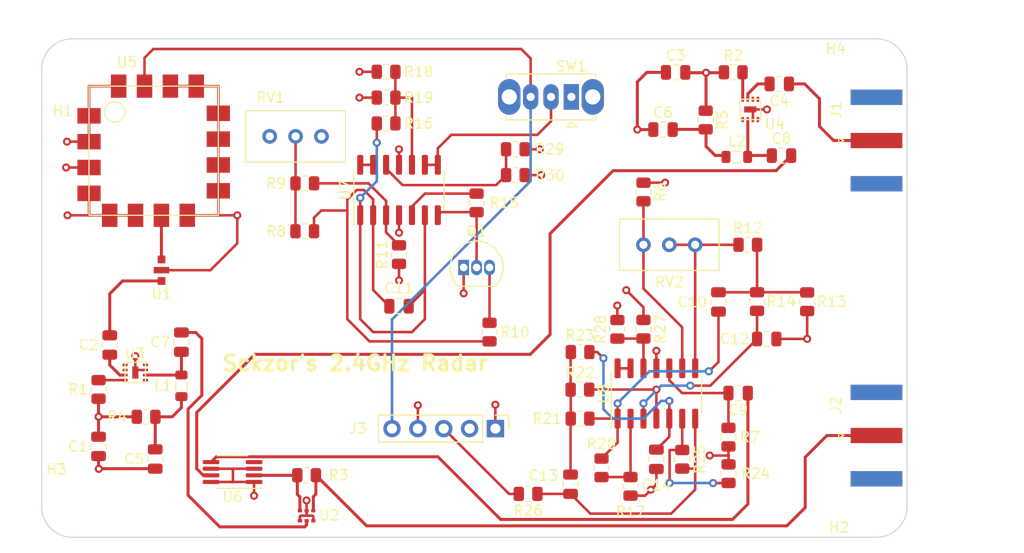
<source format=kicad_pcb>
(kicad_pcb (version 20211014) (generator pcbnew)
  (layers (0 "F.Cu" signal) (1 "In1.Cu" signal) (2 "In2.Cu" signal) (31 "B.Cu" signal) (34 "B.Paste" user) (35 "F.Paste" user) (36 "B.SilkS" user "B.Silkscreen") (37 "F.SilkS" user "F.Silkscreen") (38 "B.Mask" user) (39 "F.Mask" user) (44 "Edge.Cuts" user))
  (net 0 "")
  (net 1 "Earth")
  (net 2 "+5V")
  (net 3 "Net-(C2-Pad1)")
  (net 4 "Net-(C2-Pad2)")
  (net 5 "Net-(C4-Pad1)")
  (net 6 "Net-(C4-Pad2)")
  (net 7 "Net-(C5-Pad2)")
  (net 8 "Net-(C6-Pad2)")
  (net 9 "Net-(C7-Pad1)")
  (net 10 "Net-(C7-Pad2)")
  (net 11 "Net-(C8-Pad1)")
  (net 12 "Net-(C8-Pad2)")
  (net 13 "Net-(C9-Pad1)")
  (net 14 "Net-(C9-Pad2)")
  (net 15 "Net-(C10-Pad1)")
  (net 16 "Net-(C10-Pad2)")
  (net 17 "Net-(C11-Pad1)")
  (net 18 "Net-(C11-Pad2)")
  (net 19 "Net-(C12-Pad1)")
  (net 20 "Net-(C13-Pad1)")
  (net 21 "Net-(C13-Pad2)")
  (net 22 "Net-(C14-Pad1)")
  (net 23 "Net-(AE1-Pad1)")
  (net 24 "Net-(U2-Pad6)")
  (net 25 "Net-(AE2-Pad1)")
  (net 26 "Net-(Q1-Pad2)")
  (net 27 "Net-(Q1-Pad3)")
  (net 28 "Net-(R1-Pad2)")
  (net 29 "Net-(R2-Pad2)")
  (net 30 "Net-(U2-Pad4)")
  (net 31 "Net-(R6-Pad2)")
  (net 32 "Net-(R8-Pad1)")
  (net 33 "Net-(R11-Pad2)")
  (net 34 "Net-(R12-Pad1)")
  (net 35 "Net-(R15-Pad1)")
  (net 36 "Net-(R16-Pad2)")
  (net 37 "Net-(R17-Pad2)")
  (net 38 "Net-(R24-Pad2)")
  (net 39 "Net-(SW1-Pad2)")
  (net 40 "Net-(U1-Pad1)")
  (net 41 "Net-(R27-Pad2)")
  (net 42 "Net-(R29-Pad2)")
  (net 51 "Net-(U7-Pad13)")
  (net 52 "Net-(U8-Pad13)")
  (net 54 "Net-(SW1-Pad3)")
  (net 55 "Net-(R26-Pad2)")
  (footprint "Resistor_SMD:R_0805_2012Metric" (layer "F.Cu") (at 53.83 28.3175)
    (fp_text reference "R16")
    (fp_text value "100k")
  )
  (footprint "Potentiometer_THT:Potentiometer_Bourns_3296W_Vertical" (layer "F.Cu") (at 47.48 29.5875)
    (fp_text reference "RV1")
    (fp_text value "100k")
  )
  (footprint "Package_SO:MSOP-8_3x3mm_P0.65mm" (layer "F.Cu") (at 38.75 62.59 180)
    (fp_text reference "U6")
    (fp_text value "HMC213B")
  )
  (footprint "Package_SO:SOIC-14_3.9x8.7mm_P1.27mm" (layer "F.Cu") (at 80.38 54.8675 90)
    (fp_text reference "U8")
    (fp_text value "LMC6484")
  )
  (footprint "MountingHole:MountingHole_2.7mm" (layer "F.Cu") (at 102 23)
    (fp_text reference "H4")
    (fp_text value "MountingHole")
  )
  (footprint "Resistor_SMD:R_0805_2012Metric" (layer "F.Cu") (at 45.8425 34.2075)
    (fp_text reference "R9")
    (fp_text value "49.9k")
  )
  (footprint "Capacitor_SMD:C_0805_2012Metric" (layer "F.Cu") (at 92.45 24.43 180)
    (fp_text reference "C4")
    (fp_text value "100 nF")
  )
  (footprint "Resistor_SMD:R_0805_2012Metric" (layer "F.Cu") (at 67.78 64.7375 180)
    (fp_text reference "R26")
    (fp_text value "47k")
  )
  (footprint "Resistor_SMD:R_0805_2012Metric" (layer "F.Cu") (at 66.53 30.8575 180)
    (fp_text reference "R29")
    (fp_text value "10k")
  )
  (footprint "Capacitor_SMD:C_0805_2012Metric" (layer "F.Cu") (at 26.68625 50.1 -90)
    (fp_text reference "C2")
    (fp_text value "100 nF")
  )
  (footprint "Resistor_SMD:R_0805_2012Metric" (layer "F.Cu") (at 79.11 35.0575 -90)
    (fp_text reference "R6")
    (fp_text value "220")
  )
  (footprint "Capacitor_SMD:C_0805_2012Metric" (layer "F.Cu") (at 88.41 54.8275 180)
    (fp_text reference "C9")
    (fp_text value "1 uF")
  )
  (footprint "MountingHole:MountingHole_2.7mm" (layer "F.Cu") (at 23 23)
    (fp_text reference "H1")
    (fp_text value "MountingHole")
  )
  (footprint "Resistor_SMD:R_0805_2012Metric" (layer "F.Cu") (at 90.27 45.8275 -90)
    (fp_text reference "R14")
    (fp_text value "7.15k")
  )
  (footprint "RadarProject:PDW06398" (layer "F.Cu") (at 46.6825 67.38125 180)
    (fp_text reference "U2")
    (fp_text value "PD2328J5050S2HF")
  )
  (footprint "RadarProject:BGU8052" (layer "F.Cu") (at 88.605 25.94)
    (fp_text reference "U4")
    (fp_text value "BGU8052")
  )
  (footprint "Resistor_SMD:R_0805_2012Metric" (layer "F.Cu") (at 95.19 45.8475 -90)
    (fp_text reference "R13")
    (fp_text value "102k")
  )
  (footprint "Package_SO:SOIC-14_3.9x8.7mm_P1.27mm" (layer "F.Cu") (at 55.1 34.86 90)
    (fp_text reference "U7")
    (fp_text value "LMC6484")
  )
  (footprint "Capacitor_SMD:C_0805_2012Metric" (layer "F.Cu") (at 80.38 61.3375 -90)
    (fp_text reference "C14")
    (fp_text value "1 nF")
  )
  (footprint "Connector_Coaxial:SMA_Amphenol_132289_EdgeMount" (layer "F.Cu") (at 102 59)
    (fp_text reference "J2")
    (fp_text value "Conn_Coaxial")
  )
  (footprint "Connector_Coaxial:SMA_Amphenol_132289_EdgeMount" (layer "F.Cu") (at 102 30)
    (fp_text reference "J1")
    (fp_text value "Conn_Coaxial")
  )
  (footprint "Resistor_SMD:R_0805_2012Metric" (layer "F.Cu") (at 87.93 23.29)
    (fp_text reference "R2")
    (fp_text value "5.1 k")
  )
  (footprint "Resistor_SMD:R_0805_2012Metric" (layer "F.Cu") (at 89.36 40.2475)
    (fp_text reference "R12")
    (fp_text value "8.45k")
  )
  (footprint "Resistor_SMD:R_0805_2012Metric" (layer "F.Cu") (at 87.47 62.75 -90)
    (fp_text reference "R24")
    (fp_text value "1.62k")
  )
  (footprint "Resistor_SMD:R_0805_2012Metric" (layer "F.Cu") (at 30.25625 57.16)
    (fp_text reference "R4")
    (fp_text value "10")
  )
  (footprint "Connector_PinHeader_2.54mm:PinHeader_1x05_P2.54mm_Vertical" (layer "F.Cu") (at 64.57 58.32 -90)
    (fp_text reference "J3")
    (fp_text value "Conn_01x05")
  )
  (footprint "Capacitor_SMD:C_0805_2012Metric" (layer "F.Cu") (at 81.03 28.92)
    (fp_text reference "C6")
    (fp_text value "10 pF")
  )
  (footprint "Capacitor_SMD:C_0805_2012Metric" (layer "F.Cu") (at 91.22 49.5075)
    (fp_text reference "C12")
    (fp_text value "1 nF")
  )
  (footprint "Resistor_SMD:R_0805_2012Metric" (layer "F.Cu") (at 62.72 36.13 -90)
    (fp_text reference "R15")
    (fp_text value "100k")
  )
  (footprint "Resistor_SMD:R_0805_2012Metric" (layer "F.Cu") (at 66.53 33.3975)
    (fp_text reference "R30")
    (fp_text value "10k")
  )
  (footprint "Capacitor_SMD:C_0805_2012Metric" (layer "F.Cu") (at 33.72625 49.82 90)
    (fp_text reference "C7")
    (fp_text value "100 nF")
  )
  (footprint "Resistor_SMD:R_0805_2012Metric" (layer "F.Cu") (at 77.84 63.9975 90)
    (fp_text reference "R17")
    (fp_text value "12.1k")
  )
  (footprint "Resistor_SMD:R_0805_2012Metric" (layer "F.Cu") (at 74.99 62.1775 90)
    (fp_text reference "R20")
    (fp_text value "1k")
  )
  (footprint "Resistor_SMD:R_0805_2012Metric" (layer "F.Cu") (at 72.87 54.4875)
    (fp_text reference "R22")
    (fp_text value "102k")
  )
  (footprint "Package_TO_SOT_THT:TO-92_Inline" (layer "F.Cu") (at 61.45 42.48)
    (fp_text reference "Q1")
    (fp_text value "2N7000")
  )
  (footprint "Resistor_SMD:R_0805_2012Metric" (layer "F.Cu") (at 45.84 38.9175)
    (fp_text reference "R8")
    (fp_text value "100k")
  )
  (footprint "Resistor_SMD:R_0805_2012Metric" (layer "F.Cu") (at 53.83 25.7775 180)
    (fp_text reference "R19")
    (fp_text value "500k")
  )
  (footprint "Resistor_SMD:R_0805_2012Metric" (layer "F.Cu") (at 87.46 59.1575 90)
    (fp_text reference "R7")
    (fp_text value "10k")
  )
  (footprint "Inductor_SMD:L_0805_2012Metric" (layer "F.Cu") (at 88.28 31.61)
    (fp_text reference "L2")
    (fp_text value "15 nH")
  )
  (footprint "Capacitor_SMD:C_0805_2012Metric" (layer "F.Cu") (at 82.27 23.3)
    (fp_text reference "C3")
    (fp_text value "5.6 nF")
  )
  (footprint "Resistor_SMD:R_0805_2012Metric" (layer "F.Cu") (at 53.83 23.2375 180)
    (fp_text reference "R18")
    (fp_text value "700k")
  )
  (footprint "Resistor_SMD:R_0805_2012Metric" (layer "F.Cu") (at 63.99 48.83 -90)
    (fp_text reference "R10")
    (fp_text value "49.9k")
  )
  (footprint "Resistor_SMD:R_0805_2012Metric" (layer "F.Cu") (at 25.58625 54.47 90)
    (fp_text reference "R1")
    (fp_text value "5.1 k")
  )
  (footprint "MountingHole:MountingHole_2.7mm" (layer "F.Cu") (at 23 66)
    (fp_text reference "H3")
    (fp_text value "MountingHole")
  )
  (footprint "Inductor_SMD:L_0805_2012Metric" (layer "F.Cu") (at 33.72625 54.11 90)
    (fp_text reference "L1")
    (fp_text value "15 nH")
  )
  (footprint "Potentiometer_THT:Potentiometer_Bourns_3296W_Vertical" (layer "F.Cu") (at 79.11 40.2475 180)
    (fp_text reference "RV2")
    (fp_text value "10k")
  )
  (footprint "Resistor_SMD:R_0805_2012Metric" (layer "F.Cu") (at 82.92 61.3375 -90)
    (fp_text reference "R25")
    (fp_text value "1k")
  )
  (footprint "Resistor_SMD:R_0805_2012Metric" (layer "F.Cu") (at 79.11 48.5475 -90)
    (fp_text reference "R27")
    (fp_text value "10k")
  )
  (footprint "Capacitor_SMD:C_0805_2012Metric" (layer "F.Cu") (at 86.48 45.8675 90)
    (fp_text reference "C10")
    (fp_text value "1 nF")
  )
  (footprint "RadarProject:BGU8052" (layer "F.Cu") (at 28.19625 53.805 90)
    (fp_text reference "U3")
    (fp_text value "BGU8052")
  )
  (footprint "Resistor_SMD:R_0805_2012Metric" (layer "F.Cu") (at 72.89 50.7975)
    (fp_text reference "R23")
    (fp_text value "7.15k")
  )
  (footprint "Capacitor_SMD:C_0805_2012Metric" (layer "F.Cu") (at 92.67 31.48)
    (fp_text reference "C8")
    (fp_text value "100 nF")
  )
  (footprint "RadarProject:TFA20C03DBER" (layer "F.Cu") (at 31.77 41.695 -90)
    (fp_text reference "U1")
    (fp_text value "AT0603T03ECATD")
  )
  (footprint "Capacitor_SMD:C_0805_2012Metric" (layer "F.Cu") (at 31.15625 61.31 90)
    (fp_text reference "C5")
    (fp_text value "10 pF")
  )
  (footprint "Button_Switch_THT:SW_Slide_1P2T_CK_OS102011MS2Q" (layer "F.Cu") (at 72.03 25.71 180)
    (fp_text reference "SW1")
    (fp_text value "SW_SPDT")
  )
  (footprint "Capacitor_SMD:C_0805_2012Metric" (layer "F.Cu") (at 55.1 46.29)
    (fp_text reference "C11")
    (fp_text value "10 nF")
  )
  (footprint "Capacitor_SMD:C_0805_2012Metric" (layer "F.Cu") (at 71.95 63.7875 90)
    (fp_text reference "C13")
    (fp_text value "1 nF")
  )
  (footprint "Capacitor_SMD:C_0805_2012Metric" (layer "F.Cu") (at 25.58625 60.07 90)
    (fp_text reference "C1")
    (fp_text value "5.6 nF")
  )
  (footprint "MountingHole:MountingHole_2.7mm" (layer "F.Cu") (at 102 66)
    (fp_text reference "H2")
    (fp_text value "MountingHole")
  )
  (footprint "Resistor_SMD:R_0805_2012Metric" (layer "F.Cu") (at 85.22 27.98 -90)
    (fp_text reference "R5")
    (fp_text value "10")
  )
  (footprint "Resistor_SMD:R_0805_2012Metric" (layer "F.Cu") (at 46.0225 62.90125)
    (fp_text reference "R3")
    (fp_text value "100")
  )
  (footprint "Resistor_SMD:R_0805_2012Metric" (layer "F.Cu") (at 72.88 57.3375 180)
    (fp_text reference "R21")
    (fp_text value "8.45k")
  )
  (footprint "Resistor_SMD:R_0805_2012Metric" (layer "F.Cu") (at 76.55 48.5575 90)
    (fp_text reference "R28")
    (fp_text value "10k")
  )
  (footprint "RadarProject:RQRA-2328-2536-CR" (layer "F.Cu") (at 24.65 24.65)
    (fp_text reference "U5")
    (fp_text value "RQRA-2328-2536-CR")
  )
  (footprint "Resistor_SMD:R_0805_2012Metric" (layer "F.Cu") (at 55.1 41.21 90)
    (fp_text reference "R11")
    (fp_text value "49.9k")
  )
  (gr_line (start 102 20) (end 23 20) (layer "Edge.Cuts") (width 0.1))
  (gr_arc (start 102 20) (mid 104.12132 20.87868) (end 105 23) (layer "Edge.Cuts") (width 0.1))
  (gr_arc (start 23 69) (mid 20.87868 68.12132) (end 20 66) (layer "Edge.Cuts") (width 0.1))
  (gr_line (start 105 23) (end 105 66) (layer "Edge.Cuts") (width 0.1))
  (gr_line (start 23 69) (end 102 69) (layer "Edge.Cuts") (width 0.1))
  (gr_arc (start 105 66) (mid 104.12132 68.12132) (end 102 69) (layer "Edge.Cuts") (width 0.1))
  (gr_line (start 20 23) (end 20 66) (layer "Edge.Cuts") (width 0.1))
  (gr_arc (start 20 23) (mid 20.87868 20.87868) (end 23 20) (layer "Edge.Cuts") (width 0.1))
  (gr_text "Sckzor's 2.4GHz Radar" (at 50.78 51.89) (layer "F.SilkS") (effects (font (size 1.5 1.5) (thickness 0.3))))
  (segment (start 78.51 28.92) (end 80.08 28.92) (width 0.293) (layer "F.Cu") (net 1))
  (segment (start 76.54 47.635) (end 76.55 47.645) (width 0.25) (layer "F.Cu") (net 1))
  (segment (start 78.51 24.23) (end 78.51 28.92) (width 0.293) (layer "F.Cu") (net 1))
  (segment (start 51.21 23.24125) (end 52.91375 23.24125) (width 0.25) (layer "F.Cu") (net 1))
  (segment (start 55.1 32.385) (end 55.1 30.8575) (width 0.25) (layer "F.Cu") (net 1))
  (segment (start 36.575 42.745) (end 39.21 40.11) (width 0.25) (layer "F.Cu") (net 1))
  (segment (start 46.5975 66.88125) (end 45.9475 66.88125) (width 0.25) (layer "F.Cu") (net 1))
  (segment (start 39.21 40.11) (end 39.21 37.35) (width 0.25) (layer "F.Cu") (net 1))
  (segment (start 45.3625 66.96625) (end 45.4475 66.88125) (width 0.25) (layer "F.Cu") (net 1))
  (segment (start 46.02 65.38) (end 46.02 66.38875) (width 0.25) (layer "F.Cu") (net 1))
  (segment (start 29.22 37.35) (end 26.68 37.35) (width 0.25) (layer "F.Cu") (net 1))
  (segment (start 64.56 55.97) (end 64.56 58.31) (width 0.25) (layer "F.Cu") (net 1))
  (segment (start 39.21 37.35) (end 37.35 37.35) (width 0.25) (layer "F.Cu") (net 1))
  (segment (start 89.61 26.94) (end 91.215 26.94) (width 0.25) (layer "F.Cu") (net 1))
  (segment (start 46.6825 66.96625) (end 46.5975 66.88125) (width 0.25) (layer "F.Cu") (net 1))
  (segment (start 46.02 66.38875) (end 46.0225 66.39125) (width 0.25) (layer "F.Cu") (net 1))
  (segment (start 81.32 23.3) (end 79.44 23.3) (width 0.293) (layer "F.Cu") (net 1))
  (segment (start 37.35 29.86) (end 37.35 32.4) (width 0.25) (layer "F.Cu") (net 1))
  (segment (start 45.4475 66.88125) (end 45.9475 66.88125) (width 0.25) (layer "F.Cu") (net 1))
  (segment (start 76.54 46.22) (end 76.54 47.635) (width 0.25) (layer "F.Cu") (net 1))
  (segment (start 37.35 37.35) (end 34.3 37.35) (width 0.25) (layer "F.Cu") (net 1))
  (segment (start 24.65 30.11) (end 24.65 27.57) (width 0.25) (layer "F.Cu") (net 1))
  (segment (start 46.6825 67.38125) (end 46.6825 66.96625) (width 0.25) (layer "F.Cu") (net 1))
  (segment (start 80.38 50.67) (end 80.38 52.3925) (width 0.25) (layer "F.Cu") (net 1))
  (segment (start 36.6375 62.265) (end 38.785 62.265) (width 0.25) (layer "F.Cu") (net 1))
  (segment (start 38.785 62.265) (end 40.8625 62.265) (width 0.25) (layer "F.Cu") (net 1))
  (segment (start 35.18 24.65) (end 37.35 24.65) (width 0.25) (layer "F.Cu") (net 1))
  (segment (start 31.77 42.745) (end 36.575 42.745) (width 0.25) (layer "F.Cu") (net 1))
  (segment (start 37.35 27.32) (end 37.35 29.86) (width 0.25) (layer "F.Cu") (net 1))
  (segment (start 64.56 58.31) (end 64.57 58.32) (width 0.25) (layer "F.Cu") (net 1))
  (segment (start 46.0225 66.6125) (end 46.0225 66.39125) (width 0.25) (layer "F.Cu") (net 1))
  (segment (start 32.64 24.65) (end 35.18 24.65) (width 0.25) (layer "F.Cu") (net 1))
  (segment (start 36.6375 63.565) (end 38.785 63.565) (width 0.25) (layer "F.Cu") (net 1))
  (segment (start 37.35 32.4) (end 37.35 34.94) (width 0.25) (layer "F.Cu") (net 1))
  (segment (start 24.65 37.35) (end 24.65 35.19) (width 0.25) (layer "F.Cu") (net 1))
  (segment (start 31.15625 62.26) (end 25.63 62.26) (width 0.293) (layer "F.Cu") (net 1))
  (segment (start 29.19625 52.805) (end 29.19625 51.2) (width 0.25) (layer "F.Cu") (net 1))
  (segment (start 38.785 63.565) (end 40.8625 63.565) (width 0.25) (layer "F.Cu") (net 1))
  (segment (start 25.58625 62.43625) (end 25.59 62.44) (width 0.25) (layer "F.Cu") (net 1))
  (segment (start 29.44625 52.555) (end 29.19625 52.805) (width 0.25) (layer "F.Cu") (net 1))
  (segment (start 89.86 27.94) (end 89.86 27.19) (width 0.25) (layer "F.Cu") (net 1))
  (segment (start 26.68 37.35) (end 24.65 37.35) (width 0.25) (layer "F.Cu") (net 1))
  (segment (start 52.91375 23.24125) (end 52.9175 23.2375) (width 0.25) (layer "F.Cu") (net 1))
  (segment (start 24.65 27.57) (end 24.65 24.65) (width 0.25) (layer "F.Cu") (net 1))
  (segment (start 25.63 62.26) (end 25.61 62.28) (width 0.25) (layer "F.Cu") (net 1))
  (segment (start 38.785 62.265) (end 38.785 63.565) (width 0.25) (layer "F.Cu") (net 1))
  (segment (start 37.35 24.65) (end 37.35 27.32) (width 0.25) (layer "F.Cu") (net 1))
  (segment (start 61.45 42.48) (end 61.45 45.02) (width 0.25) (layer "F.Cu") (net 1))
  (segment (start 45.3625 67.38125) (end 45.3625 66.96625) (width 0.25) (layer "F.Cu") (net 1))
  (segment (start 30.19625 52.555) (end 29.44625 52.555) (width 0.25) (layer "F.Cu") (net 1))
  (segment (start 79.44 23.3) (end 78.51 24.23) (width 0.293) (layer "F.Cu") (net 1))
  (segment (start 40.8625 63.565) (end 40.8625 64.9175) (width 0.25) (layer "F.Cu") (net 1))
  (segment (start 55.1 43.75) (end 55.1 42.1225) (width 0.25) (layer "F.Cu") (net 1))
  (segment (start 67.4425 33.3975) (end 69.07 33.3975) (width 0.25) (layer "F.Cu") (net 1))
  (segment (start 22.49 30.11) (end 24.65 30.11) (width 0.25) (layer "F.Cu") (net 1))
  (segment (start 45.9475 66.88125) (end 46.0225 66.80625) (width 0.25) (layer "F.Cu") (net 1))
  (segment (start 46.0225 66.80625) (end 46.0225 66.39125) (width 0.25) (layer "F.Cu") (net 1))
  (segment (start 22.54 37.35) (end 24.65 37.35) (width 0.25) (layer "F.Cu") (net 1))
  (segment (start 40.8625 64.9175) (end 40.86 64.92) (width 0.25) (layer "F.Cu") (net 1))
  (segment (start 25.58625 61.02) (end 25.58625 62.43625) (width 0.293) (layer "F.Cu") (net 1))
  (segment (start 37.35 34.94) (end 37.35 37.35) (width 0.25) (layer "F.Cu") (net 1))
  (segment (start 24.65 24.65) (end 27.56 24.65) (width 0.25) (layer "F.Cu") (net 1))
  (via micro (at 55.1 43.75) (size 0.8) (drill 0.4) (layers "F.Cu" "In1.Cu") (net 1))
  (via micro (at 69.07 33.3975) (size 0.8) (drill 0.4) (layers "F.Cu" "In1.Cu") (net 1))
  (via micro (at 61.45 45.02) (size 0.8) (drill 0.4) (layers "F.Cu" "In1.Cu") (net 1))
  (via micro (at 51.21 23.24125) (size 0.8) (drill 0.4) (layers "F.Cu" "In1.Cu") (net 1))
  (via micro (at 25.61 62.28) (size 0.8) (drill 0.4) (layers "F.Cu" "In1.Cu") (net 1))
  (via micro (at 78.51 28.92) (size 0.8) (drill 0.4) (layers "F.Cu" "In1.Cu") (net 1))
  (via micro (at 76.54 46.22) (size 0.8) (drill 0.4) (layers "F.Cu" "In1.Cu") (net 1))
  (via micro (at 40.86 64.92) (size 0.8) (drill 0.4) (layers "F.Cu" "In1.Cu") (net 1))
  (via micro (at 39.21 37.35) (size 0.8) (drill 0.4) (layers "F.Cu" "In1.Cu") (net 1))
  (via micro (at 46.02 65.38) (size 0.8) (drill 0.4) (layers "F.Cu" "In1.Cu") (net 1))
  (via micro (at 22.49 30.11) (size 0.8) (drill 0.4) (layers "F.Cu" "In1.Cu") (net 1))
  (via micro (at 80.38 50.67) (size 0.8) (drill 0.4) (layers "F.Cu" "In1.Cu") (net 1))
  (via micro (at 29.19625 51.2) (size 0.8) (drill 0.4) (layers "F.Cu" "In1.Cu") (net 1))
  (via micro (at 91.24 26.94) (size 0.8) (drill 0.4) (layers "F.Cu" "In1.Cu") (net 1))
  (via micro (at 64.56 55.97) (size 0.8) (drill 0.4) (layers "F.Cu" "In1.Cu") (net 1))
  (via micro (at 22.54 37.35) (size 0.8) (drill 0.4) (layers "F.Cu" "In1.Cu") (net 1))
  (via micro (at 55.1 30.8575) (size 0.8) (drill 0.4) (layers "F.Cu" "In1.Cu") (net 1))
  (segment (start 51.21 25.78) (end 52.915 25.78) (width 0.25) (layer "F.Cu") (net 2))
  (segment (start 92.1775 49.5) (end 92.17 49.5075) (width 0.25) (layer "F.Cu") (net 2))
  (segment (start 22.4 32.65) (end 24.65 32.65) (width 0.25) (layer "F.Cu") (net 2))
  (segment (start 73.79 54.48) (end 73.7825 54.4875) (width 0.25) (layer "F.Cu") (net 2))
  (segment (start 80.38 63.8075) (end 79.2775 64.91) (width 0.25) (layer "F.Cu") (net 2))
  (segment (start 29.34375 57.16) (end 25.59625 57.16) (width 0.293) (layer "F.Cu") (net 2))
  (segment (start 55.1 39.06) (end 55.1 37.335) (width 0.25) (layer "F.Cu") (net 2))
  (segment (start 81.24 34.14) (end 79.115 34.14) (width 0.25) (layer "F.Cu") (net 2))
  (segment (start 87.47 60.97) (end 87.47 61.8375) (width 0.25) (layer "F.Cu") (net 2))
  (segment (start 87.46 60.96) (end 87.47 60.97) (width 0.25) (layer "F.Cu") (net 2))
  (segment (start 85.255 27.0875) (end 85.255 23.34) (width 0.293) (layer "F.Cu") (net 2))
  (segment (start 80.38 54.48) (end 73.79 54.48) (width 0.25) (layer "F.Cu") (net 2))
  (segment (start 67.445 30.86) (end 67.4425 30.8575) (width 0.25) (layer "F.Cu") (net 2))
  (segment (start 80.38 57.3425) (end 80.38 54.48) (width 0.25) (layer "F.Cu") (net 2))
  (segment (start 77.42 44.71) (end 79.11 46.4) (width 0.25) (layer "F.Cu") (net 2))
  (segment (start 83.295 23.33) (end 85.245 23.33) (width 0.293) (layer "F.Cu") (net 2))
  (segment (start 25.59625 57.16) (end 25.58625 57.17) (width 0.25) (layer "F.Cu") (net 2))
  (segment (start 79.11 46.4) (end 79.11 47.635) (width 0.25) (layer "F.Cu") (net 2))
  (segment (start 85.245 23.33) (end 87.0325 23.33) (width 0.293) (layer "F.Cu") (net 2))
  (segment (start 25.58625 59.12) (end 25.58625 57.17) (width 0.293) (layer "F.Cu") (net 2))
  (segment (start 85.62 60.97) (end 87.47 60.97) (width 0.25) (layer "F.Cu") (net 2))
  (segment (start 79.2775 64.91) (end 77.84 64.91) (width 0.25) (layer "F.Cu") (net 2))
  (segment (start 52.915 25.78) (end 52.9175 25.7775) (width 0.25) (layer "F.Cu") (net 2))
  (segment (start 95.19 49.5) (end 95.19 46.76) (width 0.25) (layer "F.Cu") (net 2))
  (segment (start 25.58625 57.17) (end 25.58625 55.3825) (width 0.293) (layer "F.Cu") (net 2))
  (segment (start 80.38 62.2875) (end 80.38 63.8075) (width 0.25) (layer "F.Cu") (net 2))
  (segment (start 95.19 49.5) (end 92.1775 49.5) (width 0.25) (layer "F.Cu") (net 2))
  (segment (start 68.92 30.86) (end 67.445 30.86) (width 0.25) (layer "F.Cu") (net 2))
  (segment (start 56.95 56.02) (end 56.95 58.32) (width 0.25) (layer "F.Cu") (net 2))
  (segment (start 87.46 60.07) (end 87.46 60.96) (width 0.25) (layer "F.Cu") (net 2))
  (segment (start 79.115 34.14) (end 79.11 34.145) (width 0.25) (layer "F.Cu") (net 2))
  (via micro (at 77.42 44.71) (size 0.8) (drill 0.4) (layers "F.Cu" "In2.Cu") (net 2))
  (via micro (at 80.38 54.48) (size 0.8) (drill 0.4) (layers "F.Cu" "In2.Cu") (net 2))
  (via micro (at 85.62 60.97) (size 0.8) (drill 0.4) (layers "F.Cu" "In2.Cu") (net 2))
  (via micro (at 81.24 34.14) (size 0.8) (drill 0.4) (layers "F.Cu" "In2.Cu") (net 2))
  (via micro (at 95.19 49.5) (size 0.8) (drill 0.4) (layers "F.Cu" "In2.Cu") (net 2))
  (via micro (at 68.92 30.86) (size 0.8) (drill 0.4) (layers "F.Cu" "In2.Cu") (net 2))
  (via micro (at 55.1 39.06) (size 0.8) (drill 0.4) (layers "F.Cu" "In2.Cu") (net 2))
  (via micro (at 56.95 56.02) (size 0.8) (drill 0.4) (layers "F.Cu" "In2.Cu") (net 2))
  (via micro (at 85.26 23.33) (size 0.8) (drill 0.4) (layers "F.Cu" "In2.Cu") (net 2))
  (via micro (at 51.21 25.78) (size 0.8) (drill 0.4) (layers "F.Cu" "In2.Cu") (net 2))
  (via micro (at 25.59 57.15) (size 0.8) (drill 0.4) (layers "F.Cu" "In2.Cu") (net 2))
  (via micro (at 79.84 64.33) (size 0.8) (drill 0.4) (layers "F.Cu" "In2.Cu") (net 2))
  (via micro (at 22.4 32.65) (size 0.8) (drill 0.4) (layers "F.Cu" "In2.Cu") (net 2))
  (segment (start 31.77 43.805) (end 27.945 43.805) (width 0.293) (layer "F.Cu") (net 3))
  (segment (start 27.945 43.805) (end 26.68625 45.06375) (width 0.293) (layer "F.Cu") (net 3))
  (segment (start 26.68625 45.06375) (end 26.68625 49.15) (width 0.293) (layer "F.Cu") (net 3))
  (segment (start 27.67125 53.055) (end 26.68625 52.07) (width 0.293) (layer "F.Cu") (net 4))
  (segment (start 28.19625 53.055) (end 27.67125 53.055) (width 0.293) (layer "F.Cu") (net 4))
  (segment (start 26.68625 52.07) (end 26.68625 51.05) (width 0.293) (layer "F.Cu") (net 4))
  (segment (start 97.79 30) (end 102 30) (width 0.293) (layer "F.Cu") (net 5))
  (segment (start 93.4 24.43) (end 94.94 24.43) (width 0.293) (layer "F.Cu") (net 5))
  (segment (start 96.4 28.61) (end 97.79 30) (width 0.293) (layer "F.Cu") (net 5))
  (segment (start 96.4 25.89) (end 96.4 28.61) (width 0.293) (layer "F.Cu") (net 5))
  (segment (start 94.94 24.43) (end 96.4 25.89) (width 0.293) (layer "F.Cu") (net 5))
  (segment (start 89.36 25.94) (end 89.36 25.415) (width 0.293) (layer "F.Cu") (net 6))
  (segment (start 89.36 25.415) (end 90.345 24.43) (width 0.293) (layer "F.Cu") (net 6))
  (segment (start 90.345 24.43) (end 91.365 24.43) (width 0.293) (layer "F.Cu") (net 6))
  (segment (start 33.72625 56.26) (end 32.82625 57.16) (width 0.293) (layer "F.Cu") (net 7))
  (segment (start 31.15625 60.36) (end 31.15625 57.1725) (width 0.293) (layer "F.Cu") (net 7))
  (segment (start 33.72625 55.1725) (end 33.72625 56.26) (width 0.293) (layer "F.Cu") (net 7))
  (segment (start 32.82625 57.16) (end 31.16875 57.16) (width 0.293) (layer "F.Cu") (net 7))
  (segment (start 31.15625 57.1725) (end 31.16875 57.16) (width 0.25) (layer "F.Cu") (net 7))
  (segment (start 86.155 31.47) (end 85.255 30.57) (width 0.293) (layer "F.Cu") (net 8))
  (segment (start 87.2425 31.47) (end 86.155 31.47) (width 0.293) (layer "F.Cu") (net 8))
  (segment (start 82.055 28.9) (end 85.2425 28.9) (width 0.293) (layer "F.Cu") (net 8))
  (segment (start 85.255 30.57) (end 85.255 28.9125) (width 0.293) (layer "F.Cu") (net 8))
  (segment (start 33.72625 53.0475) (end 33.72625 50.77) (width 0.293) (layer "F.Cu") (net 9))
  (segment (start 33.72625 53.0475) (end 33.71875 53.055) (width 0.25) (layer "F.Cu") (net 9))
  (segment (start 33.71875 53.055) (end 30.19625 53.055) (width 0.293) (layer "F.Cu") (net 9))
  (segment (start 34.38 64.87) (end 34.38 56.4) (width 0.293) (layer "F.Cu") (net 10))
  (segment (start 45.83875 67.98) (end 37.49 67.98) (width 0.293) (layer "F.Cu") (net 10))
  (segment (start 33.72625 48.87) (end 33.72875 48.8675) (width 0.25) (layer "F.Cu") (net 10))
  (segment (start 46.0225 67.79625) (end 45.83875 67.98) (width 0.293) (layer "F.Cu") (net 10))
  (segment (start 35.73 55.05) (end 35.73 49.47) (width 0.293) (layer "F.Cu") (net 10))
  (segment (start 35.13 48.87) (end 33.72625 48.87) (width 0.293) (layer "F.Cu") (net 10))
  (segment (start 35.73 49.47) (end 35.13 48.87) (width 0.293) (layer "F.Cu") (net 10))
  (segment (start 37.49 67.98) (end 34.38 64.87) (width 0.293) (layer "F.Cu") (net 10))
  (segment (start 46.0225 67.38125) (end 46.0225 67.79625) (width 0.293) (layer "F.Cu") (net 10))
  (segment (start 34.38 56.4) (end 35.73 55.05) (width 0.293) (layer "F.Cu") (net 10))
  (segment (start 89.36 31.4625) (end 89.36 27.94) (width 0.293) (layer "F.Cu") (net 11))
  (segment (start 89.3675 31.47) (end 91.645 31.47) (width 0.293) (layer "F.Cu") (net 11))
  (segment (start 40.94 51.02) (end 67.99 51.02) (width 0.293) (layer "F.Cu") (net 12))
  (segment (start 35.23 62.271041) (end 35.23 56.73) (width 0.293) (layer "F.Cu") (net 12))
  (segment (start 92.14 32.96) (end 93.62 31.48) (width 0.293) (layer "F.Cu") (net 12))
  (segment (start 67.99 51.02) (end 69.94 49.07) (width 0.293) (layer "F.Cu") (net 12))
  (segment (start 35.873959 62.915) (end 35.23 62.271041) (width 0.293) (layer "F.Cu") (net 12))
  (segment (start 35.23 56.73) (end 40.94 51.02) (width 0.293) (layer "F.Cu") (net 12))
  (segment (start 76.13 32.96) (end 92.14 32.96) (width 0.293) (layer "F.Cu") (net 12))
  (segment (start 69.94 39.15) (end 76.13 32.96) (width 0.293) (layer "F.Cu") (net 12))
  (segment (start 69.94 49.07) (end 69.94 39.15) (width 0.293) (layer "F.Cu") (net 12))
  (segment (start 65.08 67.25) (end 87.86 67.25) (width 0.293) (layer "F.Cu") (net 13))
  (segment (start 58.92 61.09) (end 65.08 67.25) (width 0.293) (layer "F.Cu") (net 13))
  (segment (start 37.1625 61.09) (end 58.92 61.09) (width 0.293) (layer "F.Cu") (net 13))
  (segment (start 89.37 65.74) (end 89.37 54.8375) (width 0.293) (layer "F.Cu") (net 13))
  (segment (start 89.37 54.8375) (end 89.36 54.8275) (width 0.25) (layer "F.Cu") (net 13))
  (segment (start 87.86 67.25) (end 89.37 65.74) (width 0.293) (layer "F.Cu") (net 13))
  (segment (start 36.6375 61.615) (end 37.1625 61.09) (width 0.293) (layer "F.Cu") (net 13))
  (segment (start 81.65 53.5675) (end 81.65 52.3925) (width 0.25) (layer "F.Cu") (net 14))
  (segment (start 87.46 54.8275) (end 87.46 58.245) (width 0.25) (layer "F.Cu") (net 14))
  (segment (start 87.46 54.8275) (end 82.91 54.8275) (width 0.25) (layer "F.Cu") (net 14))
  (segment (start 82.91 54.8275) (end 81.65 53.5675) (width 0.25) (layer "F.Cu") (net 14))
  (segment (start 76.57 55.8475) (end 76.57 57.3425) (width 0.25) (layer "F.Cu") (net 15))
  (segment (start 73.7925 57.3375) (end 76.565 57.3375) (width 0.25) (layer "F.Cu") (net 15))
  (segment (start 76.57 59.685) (end 76.57 57.3425) (width 0.25) (layer "F.Cu") (net 15))
  (segment (start 86.48 51.7675) (end 85.55 52.6975) (width 0.25) (layer "F.Cu") (net 15))
  (segment (start 76.565 57.3375) (end 76.57 57.3425) (width 0.25) (layer "F.Cu") (net 15))
  (segment (start 86.48 46.8175) (end 86.48 51.7675) (width 0.25) (layer "F.Cu") (net 15))
  (segment (start 74.99 61.265) (end 76.57 59.685) (width 0.25) (layer "F.Cu") (net 15))
  (via micro (at 76.57 55.8475) (size 0.8) (drill 0.4) (layers "F.Cu" "B.Cu") (net 15))
  (via micro (at 85.53 52.6875) (size 0.8) (drill 0.4) (layers "F.Cu" "B.Cu") (net 15))
  (segment (start 85.53 52.6875) (end 79.7 52.6875) (width 0.25) (layer "B.Cu") (net 15))
  (segment (start 79.7 52.6875) (end 76.57 55.8175) (width 0.25) (layer "B.Cu") (net 15))
  (segment (start 86.48 44.9175) (end 90.2675 44.9175) (width 0.25) (layer "F.Cu") (net 16))
  (segment (start 95.17 44.915) (end 95.19 44.935) (width 0.25) (layer "F.Cu") (net 16))
  (segment (start 90.27 44.915) (end 90.27 40.25) (width 0.25) (layer "F.Cu") (net 16))
  (segment (start 90.2675 44.9175) (end 90.27 44.915) (width 0.25) (layer "F.Cu") (net 16))
  (segment (start 90.27 40.25) (end 90.2725 40.2475) (width 0.25) (layer "F.Cu") (net 16))
  (segment (start 90.27 44.915) (end 95.17 44.915) (width 0.25) (layer "F.Cu") (net 16))
  (segment (start 52.56 35.783249) (end 51.636751 34.86) (width 0.25) (layer "F.Cu") (net 17))
  (segment (start 51.636751 34.86) (end 50.943249 34.86) (width 0.25) (layer "F.Cu") (net 17))
  (segment (start 52.56 37.335) (end 52.56 44.7) (width 0.25) (layer "F.Cu") (net 17))
  (segment (start 46.7525 37.585) (end 47.46 36.8775) (width 0.25) (layer "F.Cu") (net 17))
  (segment (start 50.02 36.8875) (end 50.02 35.783249) (width 0.25) (layer "F.Cu") (net 17))
  (segment (start 50.02 47.56) (end 50.02 36.8875) (width 0.25) (layer "F.Cu") (net 17))
  (segment (start 47.46 36.8775) (end 50.01 36.8775) (width 0.25) (layer "F.Cu") (net 17))
  (segment (start 50.01 36.8775) (end 50.02 36.8875) (width 0.25) (layer "F.Cu") (net 17))
  (segment (start 52.56 44.7) (end 54.15 46.29) (width 0.25) (layer "F.Cu") (net 17))
  (segment (start 52.56 37.335) (end 52.56 35.783249) (width 0.25) (layer "F.Cu") (net 17))
  (segment (start 46.7525 38.9175) (end 46.7525 37.585) (width 0.25) (layer "F.Cu") (net 17))
  (segment (start 50.943249 34.86) (end 50.02 35.783249) (width 0.25) (layer "F.Cu") (net 17))
  (segment (start 52.2025 49.7425) (end 63.99 49.7425) (width 0.25) (layer "F.Cu") (net 17))
  (segment (start 50.02 47.56) (end 52.2025 49.7425) (width 0.25) (layer "F.Cu") (net 17))
  (segment (start 56.37 48.83) (end 57.64 47.56) (width 0.25) (layer "F.Cu") (net 18))
  (segment (start 51.29 37.335) (end 51.29 47.56) (width 0.25) (layer "F.Cu") (net 18))
  (segment (start 57.64 37.335) (end 57.64 44.7) (width 0.25) (layer "F.Cu") (net 18))
  (segment (start 51.29 47.56) (end 52.56 48.83) (width 0.25) (layer "F.Cu") (net 18))
  (segment (start 52.9175 28.3175) (end 52.9175 30.20875) (width 0.25) (layer "F.Cu") (net 18))
  (segment (start 57.64 44.7) (end 56.05 46.29) (width 0.25) (layer "F.Cu") (net 18))
  (segment (start 57.64 47.56) (end 57.64 44.7) (width 0.25) (layer "F.Cu") (net 18))
  (segment (start 51.29 35.63125) (end 51.29 37.335) (width 0.25) (layer "F.Cu") (net 18))
  (segment (start 52.9175 30.20875) (end 52.92 30.21125) (width 0.25) (layer "F.Cu") (net 18))
  (segment (start 52.56 48.83) (end 56.37 48.83) (width 0.25) (layer "F.Cu") (net 18))
  (via micro (at 52.9175 30.20875) (size 0.8) (drill 0.4) (layers "F.Cu" "B.Cu") (net 18))
  (via micro (at 51.29 35.63125) (size 0.8) (drill 0.4) (layers "F.Cu" "B.Cu") (net 18))
  (segment (start 52.9175 34.00375) (end 51.29 35.63125) (width 0.25) (layer "B.Cu") (net 18))
  (segment (start 52.9175 30.20875) (end 52.9175 34.00375) (width 0.25) (layer "B.Cu") (net 18))
  (segment (start 90.27 49.5075) (end 85.68 54.0975) (width 0.25) (layer "F.Cu") (net 19))
  (segment (start 85.68 54.0975) (end 83.71 54.0975) (width 0.25) (layer "F.Cu") (net 19))
  (segment (start 90.27 46.74) (end 90.27 49.5075) (width 0.25) (layer "F.Cu") (net 19))
  (segment (start 79.11 55.8375) (end 79.11 57.3425) (width 0.25) (layer "F.Cu") (net 19))
  (via micro (at 79.11 55.8375) (size 0.8) (drill 0.4) (layers "F.Cu" "B.Cu") (net 19))
  (via micro (at 83.71 54.0975) (size 0.8) (drill 0.4) (layers "F.Cu" "B.Cu") (net 19))
  (segment (start 83.71 54.0975) (end 80.85 54.0975) (width 0.25) (layer "B.Cu") (net 19))
  (segment (start 80.85 54.0975) (end 79.11 55.8375) (width 0.25) (layer "B.Cu") (net 19))
  (segment (start 71.95 64.7375) (end 73.89 66.6775) (width 0.25) (layer "F.Cu") (net 20))
  (segment (start 84.19 64.3175) (end 84.19 62.2375) (width 0.25) (layer "F.Cu") (net 20))
  (segment (start 68.6925 64.7375) (end 71.95 64.7375) (width 0.25) (layer "F.Cu") (net 20))
  (segment (start 84.19 62.2375) (end 84.19 57.3425) (width 0.25) (layer "F.Cu") (net 20))
  (segment (start 82.92 62.25) (end 84.1775 62.25) (width 0.25) (layer "F.Cu") (net 20))
  (segment (start 73.89 66.6775) (end 81.83 66.6775) (width 0.25) (layer "F.Cu") (net 20))
  (segment (start 84.1775 62.25) (end 84.19 62.2375) (width 0.25) (layer "F.Cu") (net 20))
  (segment (start 81.83 66.6775) (end 84.19 64.3175) (width 0.25) (layer "F.Cu") (net 20))
  (segment (start 71.9675 54.4975) (end 71.9575 54.4875) (width 0.25) (layer "F.Cu") (net 21))
  (segment (start 71.95 57.355) (end 71.9675 57.3375) (width 0.25) (layer "F.Cu") (net 21))
  (segment (start 71.9675 57.3375) (end 71.9675 54.4975) (width 0.25) (layer "F.Cu") (net 21))
  (segment (start 71.95 62.8375) (end 71.95 57.355) (width 0.25) (layer "F.Cu") (net 21))
  (segment (start 71.9575 50.8175) (end 71.9775 50.7975) (width 0.25) (layer "F.Cu") (net 21))
  (segment (start 71.9575 54.4875) (end 71.9575 50.8175) (width 0.25) (layer "F.Cu") (net 21))
  (segment (start 73.8025 50.7975) (end 74.58 50.7975) (width 0.25) (layer "F.Cu") (net 22))
  (segment (start 81.65 55.5975) (end 81.65 57.3425) (width 0.25) (layer "F.Cu") (net 22))
  (segment (start 80.38 60.3875) (end 81.65 59.1175) (width 0.25) (layer "F.Cu") (net 22))
  (segment (start 74.58 50.7975) (end 75.18 51.3975) (width 0.25) (layer "F.Cu") (net 22))
  (segment (start 81.65 59.1175) (end 81.65 57.3425) (width 0.25) (layer "F.Cu") (net 22))
  (via micro (at 75.18 51.3975) (size 0.8) (drill 0.4) (layers "F.Cu" "B.Cu") (net 22))
  (via micro (at 81.65 55.5975) (size 0.8) (drill 0.4) (layers "F.Cu" "B.Cu") (net 22))
  (segment (start 80.85 55.5975) (end 81.65 55.5975) (width 0.25) (layer "B.Cu") (net 22))
  (segment (start 75.18 56.4075) (end 76.11 57.3375) (width 0.25) (layer "B.Cu") (net 22))
  (segment (start 79.11 57.3375) (end 80.85 55.5975) (width 0.25) (layer "B.Cu") (net 22))
  (segment (start 76.11 57.3375) (end 79.11 57.3375) (width 0.25) (layer "B.Cu") (net 22))
  (segment (start 75.18 51.3975) (end 75.18 56.4075) (width 0.25) (layer "B.Cu") (net 22))
  (segment (start 51.91375 67.88) (end 46.935 62.90125) (width 0.293) (layer "F.Cu") (net 24))
  (segment (start 102 59) (end 97.13 59) (width 0.293) (layer "F.Cu") (net 24))
  (segment (start 93.2 67.88) (end 51.91375 67.88) (width 0.293) (layer "F.Cu") (net 24))
  (segment (start 46.935 62.90125) (end 46.935 64.76875) (width 0.293) (layer "F.Cu") (net 24))
  (segment (start 46.6825 65.02125) (end 46.6825 66.39125) (width 0.293) (layer "F.Cu") (net 24))
  (segment (start 46.935 64.76875) (end 46.6825 65.02125) (width 0.293) (layer "F.Cu") (net 24))
  (segment (start 97.13 59) (end 95 61.13) (width 0.293) (layer "F.Cu") (net 24))
  (segment (start 95 61.13) (end 95 66.08) (width 0.293) (layer "F.Cu") (net 24))
  (segment (start 95 66.08) (end 93.2 67.88) (width 0.293) (layer "F.Cu") (net 24))
  (segment (start 62.72 42.48) (end 62.72 37.0425) (width 0.25) (layer "F.Cu") (net 26))
  (segment (start 59.2025 37.0425) (end 58.91 37.335) (width 0.25) (layer "F.Cu") (net 26))
  (segment (start 62.72 37.0425) (end 59.2025 37.0425) (width 0.25) (layer "F.Cu") (net 26))
  (segment (start 63.99 47.9175) (end 63.99 42.48) (width 0.25) (layer "F.Cu") (net 27))
  (segment (start 25.58875 53.555) (end 25.58625 53.5575) (width 0.25) (layer "F.Cu") (net 28))
  (segment (start 28.19625 53.555) (end 25.58875 53.555) (width 0.25) (layer "F.Cu") (net 28))
  (segment (start 88.86 25.94) (end 88.86 23.3325) (width 0.293) (layer "F.Cu") (net 29))
  (segment (start 40.8625 62.915) (end 44.875 62.915) (width 0.293) (layer "F.Cu") (net 30))
  (segment (start 45.11 64.77875) (end 45.3625 65.03125) (width 0.293) (layer "F.Cu") (net 30))
  (segment (start 45.3625 65.03125) (end 45.3625 66.39125) (width 0.293) (layer "F.Cu") (net 30))
  (segment (start 44.875 62.915) (end 44.88 62.92) (width 0.25) (layer "F.Cu") (net 30))
  (segment (start 45.11 62.90125) (end 45.11 64.77875) (width 0.293) (layer "F.Cu") (net 30))
  (segment (start 82.92 48.3675) (end 82.92 52.3925) (width 0.25) (layer "F.Cu") (net 31))
  (segment (start 79.11 40.2475) (end 79.11 35.97) (width 0.25) (layer "F.Cu") (net 31))
  (segment (start 79.11 40.2475) (end 79.11 44.5575) (width 0.25) (layer "F.Cu") (net 31))
  (segment (start 79.11 44.5575) (end 82.92 48.3675) (width 0.25) (layer "F.Cu") (net 31))
  (segment (start 44.93 38.915) (end 44.9275 38.9175) (width 0.25) (layer "F.Cu") (net 32))
  (segment (start 44.94 34.1975) (end 44.94 29.79) (width 0.25) (layer "F.Cu") (net 32))
  (segment (start 44.93 34.2075) (end 44.93 38.915) (width 0.25) (layer "F.Cu") (net 32))
  (segment (start 44.93 34.2075) (end 44.94 34.1975) (width 0.25) (layer "F.Cu") (net 32))
  (segment (start 53.83 39.0275) (end 53.83 37.335) (width 0.25) (layer "F.Cu") (net 33))
  (segment (start 46.755 34.2075) (end 52.1 34.2075) (width 0.25) (layer "F.Cu") (net 33))
  (segment (start 55.1 40.2975) (end 53.83 39.0275) (width 0.25) (layer "F.Cu") (net 33))
  (segment (start 53.83 35.9375) (end 53.83 37.335) (width 0.25) (layer "F.Cu") (net 33))
  (segment (start 52.1 34.2075) (end 53.83 35.9375) (width 0.25) (layer "F.Cu") (net 33))
  (segment (start 88.4475 40.2475) (end 84.19 40.2475) (width 0.25) (layer "F.Cu") (net 34))
  (segment (start 81.65 40.2475) (end 84.19 40.2475) (width 0.25) (layer "F.Cu") (net 34))
  (segment (start 84.19 40.2475) (end 84.19 52.3925) (width 0.25) (layer "F.Cu") (net 34))
  (segment (start 56.37 36.4875) (end 56.37 37.335) (width 0.25) (layer "F.Cu") (net 35))
  (segment (start 62.72 35.2175) (end 57.64 35.2175) (width 0.25) (layer "F.Cu") (net 35))
  (segment (start 57.64 35.2175) (end 56.37 36.4875) (width 0.25) (layer "F.Cu") (net 35))
  (segment (start 54.7425 28.3175) (end 54.7425 25.7775) (width 0.25) (layer "F.Cu") (net 36))
  (segment (start 54.7425 28.3175) (end 55.1 28.3175) (width 0.25) (layer "F.Cu") (net 36))
  (segment (start 54.7425 25.7775) (end 54.7425 23.2375) (width 0.25) (layer "F.Cu") (net 36))
  (segment (start 54.7425 25.7775) (end 56.37 25.7775) (width 0.25) (layer "F.Cu") (net 36))
  (segment (start 56.37 32.385) (end 56.37 25.7775) (width 0.25) (layer "F.Cu") (net 36))
  (segment (start 77.84 63.085) (end 77.84 57.3425) (width 0.25) (layer "F.Cu") (net 37))
  (segment (start 74.98 63.105) (end 75 63.085) (width 0.25) (layer "F.Cu") (net 37))
  (segment (start 75 63.085) (end 77.84 63.085) (width 0.25) (layer "F.Cu") (net 37))
  (segment (start 81.68 60.4275) (end 81.68 63.6675) (width 0.25) (layer "F.Cu") (net 38))
  (segment (start 82.92 60.425) (end 82.92 59.0775) (width 0.25) (layer "F.Cu") (net 38))
  (segment (start 82.92 59.0775) (end 82.92 57.3425) (width 0.25) (layer "F.Cu") (net 38))
  (segment (start 82.92 60.425) (end 81.6825 60.425) (width 0.25) (layer "F.Cu") (net 38))
  (segment (start 85.95 63.6775) (end 87.4475 63.6775) (width 0.25) (layer "F.Cu") (net 38))
  (segment (start 87.4475 63.6775) (end 87.45 63.675) (width 0.25) (layer "F.Cu") (net 38))
  (segment (start 81.6825 60.425) (end 81.68 60.4275) (width 0.25) (layer "F.Cu") (net 38))
  (via micro (at 85.95 63.6775) (size 0.8) (drill 0.4) (layers "F.Cu" "B.Cu") (net 38))
  (via micro (at 81.68 63.6675) (size 0.8) (drill 0.4) (layers "F.Cu" "B.Cu") (net 38))
  (segment (start 81.68 63.6675) (end 85.95 63.6675) (width 0.25) (layer "B.Cu") (net 38))
  (segment (start 58.91 30.7675) (end 58.91 32.385) (width 0.25) (layer "F.Cu") (net 39))
  (segment (start 70.03 25.71) (end 70.03 28.0975) (width 0.25) (layer "F.Cu") (net 39))
  (segment (start 58.91 32.385) (end 57.64 32.385) (width 0.25) (layer "F.Cu") (net 39))
  (segment (start 70.03 28.0975) (end 68.69 29.4375) (width 0.25) (layer "F.Cu") (net 39))
  (segment (start 60.24 29.4375) (end 58.91 30.7675) (width 0.25) (layer "F.Cu") (net 39))
  (segment (start 68.69 29.4375) (end 60.24 29.4375) (width 0.25) (layer "F.Cu") (net 39))
  (segment (start 31.76 41.685) (end 31.77 41.695) (width 0.25) (layer "F.Cu") (net 40))
  (segment (start 31.76 37.35) (end 31.76 41.685) (width 0.293) (layer "F.Cu") (net 40))
  (segment (start 79.1 49.47) (end 79.11 49.46) (width 0.25) (layer "F.Cu") (net 41))
  (segment (start 76.55 49.47) (end 79.1 49.47) (width 0.25) (layer "F.Cu") (net 41))
  (segment (start 79.11 49.46) (end 79.11 52.3925) (width 0.25) (layer "F.Cu") (net 41))
  (segment (start 55.448249 34.38) (end 64.635 34.38) (width 0.25) (layer "F.Cu") (net 42))
  (segment (start 65.6175 33.3975) (end 65.6175 30.8575) (width 0.25) (layer "F.Cu") (net 42))
  (segment (start 53.83 32.761751) (end 55.448249 34.38) (width 0.25) (layer "F.Cu") (net 42))
  (segment (start 64.635 34.38) (end 65.6175 33.3975) (width 0.25) (layer "F.Cu") (net 42))
  (segment (start 53.83 32.761751) (end 53.83 32.385) (width 0.25) (layer "F.Cu") (net 42))
  (segment (start 51.29 32.385) (end 52.56 32.385) (width 0.25) (layer "F.Cu") (net 51))
  (segment (start 77.84 52.3925) (end 76.57 52.3925) (width 0.25) (layer "F.Cu") (net 52))
  (segment (start 30.1 21.87) (end 30.97 21) (width 0.25) (layer "F.Cu") (net 54))
  (segment (start 68.03 21.93) (end 68.03 25.71) (width 0.25) (layer "F.Cu") (net 54))
  (segment (start 67.1 21) (end 68.03 21.93) (width 0.25) (layer "F.Cu") (net 54))
  (segment (start 30.1 24.65) (end 30.1 21.87) (width 0.25) (layer "F.Cu") (net 54))
  (segment (start 30.97 21) (end 67.1 21) (width 0.25) (layer "F.Cu") (net 54))
  (segment (start 54.41 58.32) (end 54.41 47.595) (width 0.25) (layer "B.Cu") (net 54))
  (segment (start 68.03 33.975) (end 68.03 25.71) (width 0.25) (layer "B.Cu") (net 54))
  (segment (start 54.41 47.595) (end 68.03 33.975) (width 0.25) (layer "B.Cu") (net 54))
  (segment (start 65.9075 64.7375) (end 66.8675 64.7375) (width 0.25) (layer "F.Cu") (net 55))
  (segment (start 59.49 58.32) (end 65.9075 64.7375) (width 0.25) (layer "F.Cu") (net 55))
)
</source>
